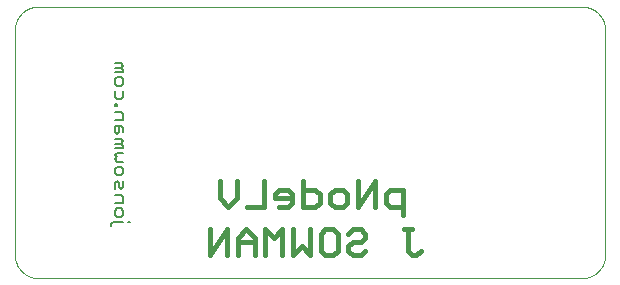
<source format=gbo>
G75*
%MOIN*%
%OFA0B0*%
%FSLAX25Y25*%
%IPPOS*%
%LPD*%
%AMOC8*
5,1,8,0,0,1.08239X$1,22.5*
%
%ADD10C,0.00000*%
%ADD11C,0.01500*%
%ADD12C,0.00800*%
D10*
X0010374Y0002500D02*
X0191476Y0002500D01*
X0191666Y0002502D01*
X0191856Y0002509D01*
X0192046Y0002521D01*
X0192236Y0002537D01*
X0192425Y0002557D01*
X0192614Y0002583D01*
X0192802Y0002612D01*
X0192989Y0002647D01*
X0193175Y0002686D01*
X0193360Y0002729D01*
X0193545Y0002777D01*
X0193728Y0002829D01*
X0193909Y0002885D01*
X0194089Y0002946D01*
X0194268Y0003012D01*
X0194445Y0003081D01*
X0194621Y0003155D01*
X0194794Y0003233D01*
X0194966Y0003316D01*
X0195135Y0003402D01*
X0195303Y0003492D01*
X0195468Y0003587D01*
X0195631Y0003685D01*
X0195791Y0003788D01*
X0195949Y0003894D01*
X0196104Y0004004D01*
X0196257Y0004117D01*
X0196407Y0004235D01*
X0196553Y0004356D01*
X0196697Y0004480D01*
X0196838Y0004608D01*
X0196976Y0004739D01*
X0197111Y0004874D01*
X0197242Y0005012D01*
X0197370Y0005153D01*
X0197494Y0005297D01*
X0197615Y0005443D01*
X0197733Y0005593D01*
X0197846Y0005746D01*
X0197956Y0005901D01*
X0198062Y0006059D01*
X0198165Y0006219D01*
X0198263Y0006382D01*
X0198358Y0006547D01*
X0198448Y0006715D01*
X0198534Y0006884D01*
X0198617Y0007056D01*
X0198695Y0007229D01*
X0198769Y0007405D01*
X0198838Y0007582D01*
X0198904Y0007761D01*
X0198965Y0007941D01*
X0199021Y0008122D01*
X0199073Y0008305D01*
X0199121Y0008490D01*
X0199164Y0008675D01*
X0199203Y0008861D01*
X0199238Y0009048D01*
X0199267Y0009236D01*
X0199293Y0009425D01*
X0199313Y0009614D01*
X0199329Y0009804D01*
X0199341Y0009994D01*
X0199348Y0010184D01*
X0199350Y0010374D01*
X0199350Y0085177D01*
X0199348Y0085367D01*
X0199341Y0085557D01*
X0199329Y0085747D01*
X0199313Y0085937D01*
X0199293Y0086126D01*
X0199267Y0086315D01*
X0199238Y0086503D01*
X0199203Y0086690D01*
X0199164Y0086876D01*
X0199121Y0087061D01*
X0199073Y0087246D01*
X0199021Y0087429D01*
X0198965Y0087610D01*
X0198904Y0087790D01*
X0198838Y0087969D01*
X0198769Y0088146D01*
X0198695Y0088322D01*
X0198617Y0088495D01*
X0198534Y0088667D01*
X0198448Y0088836D01*
X0198358Y0089004D01*
X0198263Y0089169D01*
X0198165Y0089332D01*
X0198062Y0089492D01*
X0197956Y0089650D01*
X0197846Y0089805D01*
X0197733Y0089958D01*
X0197615Y0090108D01*
X0197494Y0090254D01*
X0197370Y0090398D01*
X0197242Y0090539D01*
X0197111Y0090677D01*
X0196976Y0090812D01*
X0196838Y0090943D01*
X0196697Y0091071D01*
X0196553Y0091195D01*
X0196407Y0091316D01*
X0196257Y0091434D01*
X0196104Y0091547D01*
X0195949Y0091657D01*
X0195791Y0091763D01*
X0195631Y0091866D01*
X0195468Y0091964D01*
X0195303Y0092059D01*
X0195135Y0092149D01*
X0194966Y0092235D01*
X0194794Y0092318D01*
X0194621Y0092396D01*
X0194445Y0092470D01*
X0194268Y0092539D01*
X0194089Y0092605D01*
X0193909Y0092666D01*
X0193728Y0092722D01*
X0193545Y0092774D01*
X0193360Y0092822D01*
X0193175Y0092865D01*
X0192989Y0092904D01*
X0192802Y0092939D01*
X0192614Y0092968D01*
X0192425Y0092994D01*
X0192236Y0093014D01*
X0192046Y0093030D01*
X0191856Y0093042D01*
X0191666Y0093049D01*
X0191476Y0093051D01*
X0010374Y0093051D01*
X0010184Y0093049D01*
X0009994Y0093042D01*
X0009804Y0093030D01*
X0009614Y0093014D01*
X0009425Y0092994D01*
X0009236Y0092968D01*
X0009048Y0092939D01*
X0008861Y0092904D01*
X0008675Y0092865D01*
X0008490Y0092822D01*
X0008305Y0092774D01*
X0008122Y0092722D01*
X0007941Y0092666D01*
X0007761Y0092605D01*
X0007582Y0092539D01*
X0007405Y0092470D01*
X0007229Y0092396D01*
X0007056Y0092318D01*
X0006884Y0092235D01*
X0006715Y0092149D01*
X0006547Y0092059D01*
X0006382Y0091964D01*
X0006219Y0091866D01*
X0006059Y0091763D01*
X0005901Y0091657D01*
X0005746Y0091547D01*
X0005593Y0091434D01*
X0005443Y0091316D01*
X0005297Y0091195D01*
X0005153Y0091071D01*
X0005012Y0090943D01*
X0004874Y0090812D01*
X0004739Y0090677D01*
X0004608Y0090539D01*
X0004480Y0090398D01*
X0004356Y0090254D01*
X0004235Y0090108D01*
X0004117Y0089958D01*
X0004004Y0089805D01*
X0003894Y0089650D01*
X0003788Y0089492D01*
X0003685Y0089332D01*
X0003587Y0089169D01*
X0003492Y0089004D01*
X0003402Y0088836D01*
X0003316Y0088667D01*
X0003233Y0088495D01*
X0003155Y0088322D01*
X0003081Y0088146D01*
X0003012Y0087969D01*
X0002946Y0087790D01*
X0002885Y0087610D01*
X0002829Y0087429D01*
X0002777Y0087246D01*
X0002729Y0087061D01*
X0002686Y0086876D01*
X0002647Y0086690D01*
X0002612Y0086503D01*
X0002583Y0086315D01*
X0002557Y0086126D01*
X0002537Y0085937D01*
X0002521Y0085747D01*
X0002509Y0085557D01*
X0002502Y0085367D01*
X0002500Y0085177D01*
X0002500Y0010374D01*
X0002502Y0010184D01*
X0002509Y0009994D01*
X0002521Y0009804D01*
X0002537Y0009614D01*
X0002557Y0009425D01*
X0002583Y0009236D01*
X0002612Y0009048D01*
X0002647Y0008861D01*
X0002686Y0008675D01*
X0002729Y0008490D01*
X0002777Y0008305D01*
X0002829Y0008122D01*
X0002885Y0007941D01*
X0002946Y0007761D01*
X0003012Y0007582D01*
X0003081Y0007405D01*
X0003155Y0007229D01*
X0003233Y0007056D01*
X0003316Y0006884D01*
X0003402Y0006715D01*
X0003492Y0006547D01*
X0003587Y0006382D01*
X0003685Y0006219D01*
X0003788Y0006059D01*
X0003894Y0005901D01*
X0004004Y0005746D01*
X0004117Y0005593D01*
X0004235Y0005443D01*
X0004356Y0005297D01*
X0004480Y0005153D01*
X0004608Y0005012D01*
X0004739Y0004874D01*
X0004874Y0004739D01*
X0005012Y0004608D01*
X0005153Y0004480D01*
X0005297Y0004356D01*
X0005443Y0004235D01*
X0005593Y0004117D01*
X0005746Y0004004D01*
X0005901Y0003894D01*
X0006059Y0003788D01*
X0006219Y0003685D01*
X0006382Y0003587D01*
X0006547Y0003492D01*
X0006715Y0003402D01*
X0006884Y0003316D01*
X0007056Y0003233D01*
X0007229Y0003155D01*
X0007405Y0003081D01*
X0007582Y0003012D01*
X0007761Y0002946D01*
X0007941Y0002885D01*
X0008122Y0002829D01*
X0008305Y0002777D01*
X0008490Y0002729D01*
X0008675Y0002686D01*
X0008861Y0002647D01*
X0009048Y0002612D01*
X0009236Y0002583D01*
X0009425Y0002557D01*
X0009614Y0002537D01*
X0009804Y0002521D01*
X0009994Y0002509D01*
X0010184Y0002502D01*
X0010374Y0002500D01*
D11*
X0067623Y0010250D02*
X0067623Y0018757D01*
X0073295Y0018757D02*
X0067623Y0010250D01*
X0073295Y0010250D02*
X0073295Y0018757D01*
X0076831Y0015922D02*
X0076831Y0010250D01*
X0082503Y0010250D02*
X0082503Y0015922D01*
X0079667Y0018757D01*
X0076831Y0015922D01*
X0076831Y0014504D02*
X0082503Y0014504D01*
X0086039Y0018757D02*
X0088875Y0015922D01*
X0091711Y0018757D01*
X0091711Y0010250D01*
X0095247Y0010250D02*
X0095247Y0018757D01*
X0100919Y0018757D02*
X0100919Y0010250D01*
X0098083Y0013086D01*
X0095247Y0010250D01*
X0086039Y0010250D02*
X0086039Y0018757D01*
X0085711Y0026250D02*
X0080039Y0026250D01*
X0076503Y0029086D02*
X0073667Y0026250D01*
X0070831Y0029086D01*
X0070831Y0034757D01*
X0076503Y0034757D02*
X0076503Y0029086D01*
X0085711Y0026250D02*
X0085711Y0034757D01*
X0089247Y0030504D02*
X0090665Y0031922D01*
X0093501Y0031922D01*
X0094919Y0030504D01*
X0094919Y0027668D01*
X0093501Y0026250D01*
X0090665Y0026250D01*
X0089247Y0029086D02*
X0094919Y0029086D01*
X0098455Y0031922D02*
X0102709Y0031922D01*
X0104126Y0030504D01*
X0104126Y0027668D01*
X0102709Y0026250D01*
X0098455Y0026250D01*
X0098455Y0034757D01*
X0107663Y0030504D02*
X0109081Y0031922D01*
X0111916Y0031922D01*
X0113334Y0030504D01*
X0113334Y0027668D01*
X0111916Y0026250D01*
X0109081Y0026250D01*
X0107663Y0027668D01*
X0107663Y0030504D01*
X0116871Y0034757D02*
X0116871Y0026250D01*
X0122542Y0034757D01*
X0122542Y0026250D01*
X0126078Y0027668D02*
X0127496Y0026250D01*
X0131750Y0026250D01*
X0126078Y0027668D02*
X0126078Y0030504D01*
X0127496Y0031922D01*
X0131750Y0031922D01*
X0131750Y0023414D01*
X0132078Y0018757D02*
X0134914Y0018757D01*
X0133496Y0018757D02*
X0133496Y0011668D01*
X0134914Y0010250D01*
X0136332Y0010250D01*
X0137750Y0011668D01*
X0119334Y0011668D02*
X0117916Y0010250D01*
X0115081Y0010250D01*
X0113663Y0011668D01*
X0113663Y0013086D01*
X0115081Y0014504D01*
X0117916Y0014504D01*
X0119334Y0015922D01*
X0119334Y0017339D01*
X0117916Y0018757D01*
X0115081Y0018757D01*
X0113663Y0017339D01*
X0110126Y0017339D02*
X0110126Y0011668D01*
X0108709Y0010250D01*
X0105873Y0010250D01*
X0104455Y0011668D01*
X0104455Y0017339D01*
X0105873Y0018757D01*
X0108709Y0018757D01*
X0110126Y0017339D01*
X0089247Y0029086D02*
X0089247Y0030504D01*
D12*
X0040804Y0021287D02*
X0040104Y0021287D01*
X0038702Y0021287D02*
X0035199Y0021287D01*
X0034499Y0020586D01*
X0034499Y0019885D01*
X0036601Y0022955D02*
X0035900Y0023655D01*
X0035900Y0025057D01*
X0036601Y0025757D01*
X0038002Y0025757D01*
X0038702Y0025057D01*
X0038702Y0023655D01*
X0038002Y0022955D01*
X0036601Y0022955D01*
X0035900Y0027559D02*
X0038702Y0027559D01*
X0038702Y0029660D01*
X0038002Y0030361D01*
X0035900Y0030361D01*
X0035900Y0032163D02*
X0035900Y0034264D01*
X0036601Y0034965D01*
X0037301Y0034264D01*
X0037301Y0032863D01*
X0038002Y0032163D01*
X0038702Y0032863D01*
X0038702Y0034965D01*
X0038002Y0036767D02*
X0036601Y0036767D01*
X0035900Y0037467D01*
X0035900Y0038868D01*
X0036601Y0039569D01*
X0038002Y0039569D01*
X0038702Y0038868D01*
X0038702Y0037467D01*
X0038002Y0036767D01*
X0038702Y0041370D02*
X0036601Y0041370D01*
X0035900Y0042071D01*
X0036601Y0042772D01*
X0035900Y0043472D01*
X0036601Y0044173D01*
X0038702Y0044173D01*
X0038702Y0045974D02*
X0038702Y0046675D01*
X0038002Y0047376D01*
X0038702Y0048076D01*
X0038002Y0048777D01*
X0035900Y0048777D01*
X0035900Y0047376D02*
X0038002Y0047376D01*
X0038702Y0045974D02*
X0035900Y0045974D01*
X0036601Y0050578D02*
X0037301Y0051279D01*
X0037301Y0053381D01*
X0038002Y0053381D02*
X0035900Y0053381D01*
X0035900Y0051279D01*
X0036601Y0050578D01*
X0038702Y0051279D02*
X0038702Y0052680D01*
X0038002Y0053381D01*
X0038702Y0055182D02*
X0035900Y0055182D01*
X0038702Y0055182D02*
X0038702Y0057284D01*
X0038002Y0057985D01*
X0035900Y0057985D01*
X0035900Y0059786D02*
X0035900Y0060487D01*
X0036601Y0060487D01*
X0036601Y0059786D01*
X0035900Y0059786D01*
X0036601Y0062088D02*
X0035900Y0062789D01*
X0035900Y0064890D01*
X0036601Y0066692D02*
X0035900Y0067393D01*
X0035900Y0068794D01*
X0036601Y0069494D01*
X0038002Y0069494D01*
X0038702Y0068794D01*
X0038702Y0067393D01*
X0038002Y0066692D01*
X0036601Y0066692D01*
X0038702Y0064890D02*
X0038702Y0062789D01*
X0038002Y0062088D01*
X0036601Y0062088D01*
X0035900Y0071296D02*
X0038702Y0071296D01*
X0038702Y0071997D01*
X0038002Y0072697D01*
X0038702Y0073398D01*
X0038002Y0074098D01*
X0035900Y0074098D01*
X0035900Y0072697D02*
X0038002Y0072697D01*
M02*

</source>
